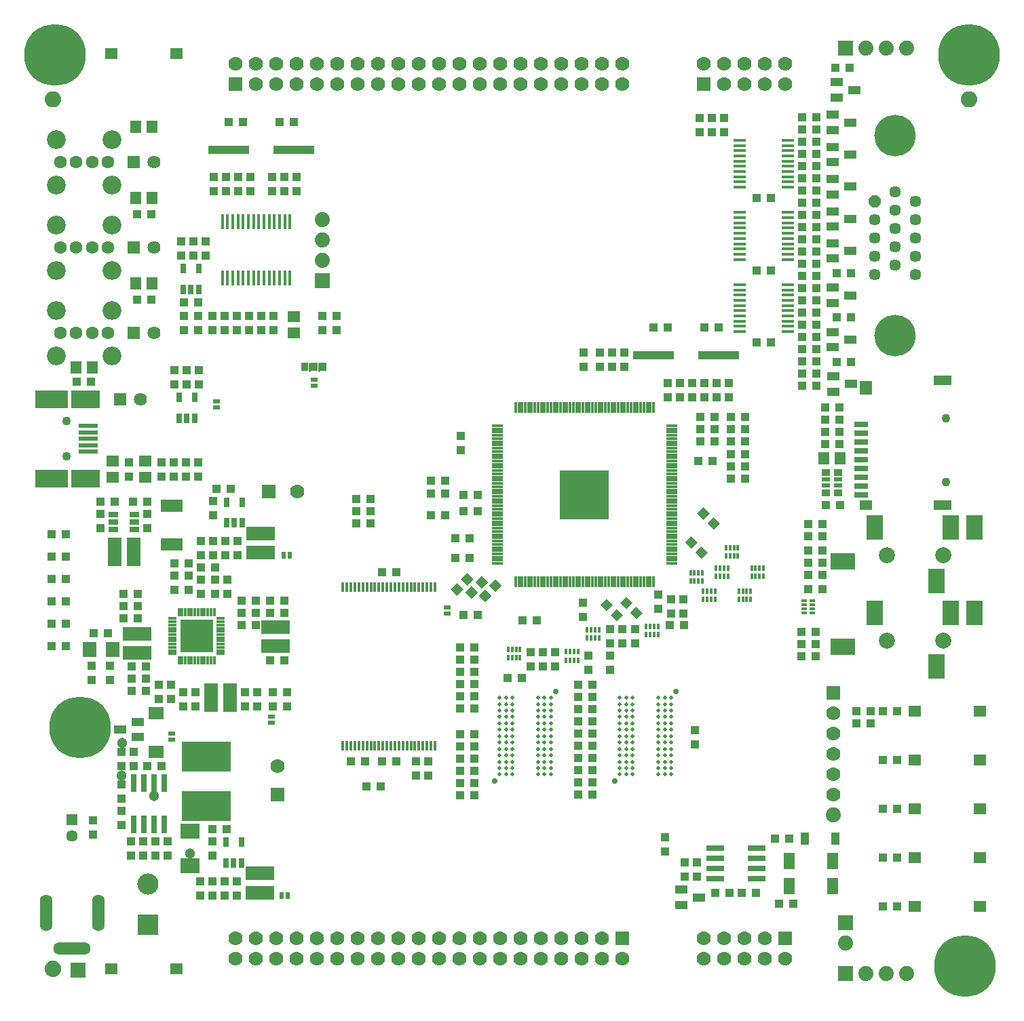
<source format=gts>
G04 EAGLE Gerber RS-274X export*
G75*
%MOMM*%
%FSLAX34Y34*%
%LPD*%
%INTop Solder Mask*%
%IPPOS*%
%AMOC8*
5,1,8,0,0,1.08239X$1,22.5*%
G01*
%ADD10C,1.601600*%
%ADD11R,1.879600X1.879600*%
%ADD12R,1.117600X1.117600*%
%ADD13R,1.117600X1.117600*%
%ADD14R,5.101600X1.101600*%
%ADD15R,1.371600X1.625600*%
%ADD16R,1.778000X1.778000*%
%ADD17C,1.778000*%
%ADD18C,1.270000*%
%ADD19C,1.101600*%
%ADD20R,1.451600X1.451600*%
%ADD21C,1.451600*%
%ADD22R,1.117600X0.863600*%
%ADD23R,1.117600X0.609600*%
%ADD24R,0.701600X2.301600*%
%ADD25R,0.651600X1.301600*%
%ADD26R,6.101600X3.701600*%
%ADD27R,0.863600X0.609600*%
%ADD28R,3.601600X1.701600*%
%ADD29R,0.609600X0.863600*%
%ADD30C,2.641600*%
%ADD31R,2.641600X2.641600*%
%ADD32R,1.101600X1.501600*%
%ADD33R,0.706400X0.706400*%
%ADD34R,2.801600X2.801600*%
%ADD35R,0.301600X1.401600*%
%ADD36R,1.401600X0.301600*%
%ADD37R,6.101600X6.101600*%
%ADD38R,0.351600X0.726600*%
%ADD39R,1.625600X1.371600*%
%ADD40R,1.625600X1.625600*%
%ADD41C,1.625600*%
%ADD42R,2.351600X0.601600*%
%ADD43R,4.101600X2.201600*%
%ADD44R,3.601600X2.201600*%
%ADD45R,0.451600X1.851600*%
%ADD46C,2.351600*%
%ADD47C,1.879600*%
%ADD48R,2.301600X0.701600*%
%ADD49R,1.901600X1.901600*%
%ADD50R,0.301600X1.001600*%
%ADD51R,1.001600X0.301600*%
%ADD52R,4.101600X4.101600*%
%ADD53R,1.301600X0.651600*%
%ADD54R,1.701600X3.601600*%
%ADD55R,1.752600X1.879600*%
%ADD56R,1.501600X1.101600*%
%ADD57R,1.901600X1.551600*%
%ADD58R,0.351600X1.301600*%
%ADD59R,2.387600X1.879600*%
%ADD60C,0.501600*%
%ADD61C,0.701600*%
%ADD62P,1.571197X8X112.500000*%
%ADD63C,5.181600*%
%ADD64R,1.601600X0.401600*%
%ADD65R,2.101600X3.101600*%
%ADD66R,3.101600X2.101600*%
%ADD67C,2.001600*%
%ADD68R,0.726600X0.351600*%
%ADD69R,2.701600X1.551600*%
%ADD70C,7.701600*%
%ADD71C,1.301600*%
%ADD72C,0.254000*%
%ADD73R,0.863600X1.117600*%
%ADD74R,1.701600X0.801600*%
%ADD75R,1.501600X1.301600*%
%ADD76R,1.501600X1.701600*%
%ADD77R,2.301600X1.301600*%
%ADD78R,1.401600X2.001600*%


D10*
X82550Y94744D03*
X17550Y94744D03*
X49550Y50244D03*
X17550Y99744D03*
X17550Y104744D03*
X17550Y89744D03*
X17550Y84744D03*
X17550Y109744D03*
X17550Y79744D03*
X82550Y99744D03*
X82550Y104744D03*
X82550Y109744D03*
X82550Y89744D03*
X82550Y84744D03*
X82550Y79744D03*
X44550Y50244D03*
X39550Y50244D03*
X34550Y50244D03*
X54550Y50244D03*
X59550Y50244D03*
X64550Y50244D03*
D11*
X57150Y23114D03*
D12*
X537972Y466598D03*
X555752Y466598D03*
X708152Y795020D03*
X708152Y777240D03*
X534416Y690118D03*
X534416Y672338D03*
X537718Y596392D03*
X555498Y596392D03*
D13*
G36*
X538107Y498963D02*
X530205Y491061D01*
X522303Y498963D01*
X530205Y506865D01*
X538107Y498963D01*
G37*
G36*
X550679Y511535D02*
X542777Y503633D01*
X534875Y511535D01*
X542777Y519437D01*
X550679Y511535D01*
G37*
G36*
X555887Y495320D02*
X547985Y487418D01*
X540083Y495320D01*
X547985Y503222D01*
X555887Y495320D01*
G37*
G36*
X568459Y507892D02*
X560557Y499990D01*
X552655Y507892D01*
X560557Y515794D01*
X568459Y507892D01*
G37*
G36*
X573028Y491133D02*
X565126Y483231D01*
X557224Y491133D01*
X565126Y499035D01*
X573028Y491133D01*
G37*
G36*
X585600Y503705D02*
X577698Y495803D01*
X569796Y503705D01*
X577698Y511607D01*
X585600Y503705D01*
G37*
D12*
X612140Y460248D03*
X629920Y460248D03*
X537718Y616712D03*
X555498Y616712D03*
X497078Y591312D03*
X514858Y591312D03*
X527558Y562864D03*
X545338Y562864D03*
X527532Y538480D03*
X545312Y538480D03*
D13*
G36*
X753808Y477358D02*
X761710Y469456D01*
X753808Y461554D01*
X745906Y469456D01*
X753808Y477358D01*
G37*
G36*
X741236Y489930D02*
X749138Y482028D01*
X741236Y474126D01*
X733334Y482028D01*
X741236Y489930D01*
G37*
D12*
X889254Y637540D03*
X871474Y637540D03*
X723392Y795020D03*
X723392Y777240D03*
X687832Y795020D03*
X687832Y777240D03*
X497078Y635000D03*
X514858Y635000D03*
X687070Y464312D03*
X687070Y482092D03*
D13*
G36*
X729424Y474818D02*
X737326Y466916D01*
X729424Y459014D01*
X721522Y466916D01*
X729424Y474818D01*
G37*
G36*
X716852Y487390D02*
X724754Y479488D01*
X716852Y471586D01*
X708950Y479488D01*
X716852Y487390D01*
G37*
D12*
X780796Y474726D03*
X780796Y492506D03*
D13*
G36*
X834834Y552796D02*
X842736Y544894D01*
X834834Y536992D01*
X826932Y544894D01*
X834834Y552796D01*
G37*
G36*
X822262Y565368D02*
X830164Y557466D01*
X822262Y549564D01*
X814360Y557466D01*
X822262Y565368D01*
G37*
D14*
X856488Y791464D03*
X775208Y791464D03*
D12*
X792988Y825754D03*
X775208Y825754D03*
X838708Y825754D03*
X856488Y825754D03*
X404622Y596138D03*
X422402Y596138D03*
D13*
G36*
X850074Y589118D02*
X857976Y581216D01*
X850074Y573314D01*
X842172Y581216D01*
X850074Y589118D01*
G37*
G36*
X837502Y601690D02*
X845404Y593788D01*
X837502Y585886D01*
X829600Y593788D01*
X837502Y601690D01*
G37*
D12*
X889254Y714248D03*
X871474Y714248D03*
X404622Y580898D03*
X422402Y580898D03*
X889254Y683768D03*
X871474Y683768D03*
X699008Y242316D03*
X681228Y242316D03*
X681228Y257556D03*
X699008Y257556D03*
X699008Y333756D03*
X681228Y333756D03*
X681228Y348996D03*
X699008Y348996D03*
X699008Y364236D03*
X681228Y364236D03*
X1007110Y711200D03*
X989330Y711200D03*
D15*
X988060Y662940D03*
X1008380Y662940D03*
D12*
X1007110Y726440D03*
X989330Y726440D03*
X24130Y539750D03*
X41910Y539750D03*
X41910Y567690D03*
X24130Y567690D03*
X863600Y1087882D03*
X863600Y1070102D03*
D16*
X838200Y1130300D03*
D17*
X838200Y1155700D03*
X863600Y1130300D03*
X863600Y1155700D03*
X889000Y1130300D03*
X889000Y1155700D03*
X914400Y1130300D03*
X914400Y1155700D03*
X939800Y1130300D03*
X939800Y1155700D03*
D12*
X848360Y1087882D03*
X848360Y1070102D03*
X833120Y1087882D03*
X833120Y1070102D03*
D18*
X21795Y25400D02*
X21797Y25520D01*
X21803Y25640D01*
X21813Y25759D01*
X21827Y25878D01*
X21845Y25996D01*
X21866Y26114D01*
X21892Y26231D01*
X21922Y26348D01*
X21955Y26463D01*
X21992Y26577D01*
X22033Y26689D01*
X22078Y26800D01*
X22126Y26910D01*
X22178Y27018D01*
X22234Y27124D01*
X22293Y27228D01*
X22356Y27331D01*
X22421Y27431D01*
X22491Y27529D01*
X22563Y27624D01*
X22638Y27717D01*
X22717Y27808D01*
X22798Y27896D01*
X22883Y27981D01*
X22970Y28063D01*
X23060Y28142D01*
X23152Y28219D01*
X23247Y28292D01*
X23345Y28362D01*
X23444Y28428D01*
X23546Y28492D01*
X23650Y28552D01*
X23755Y28608D01*
X23863Y28661D01*
X23972Y28710D01*
X24083Y28756D01*
X24195Y28798D01*
X24309Y28836D01*
X24424Y28870D01*
X24540Y28901D01*
X24656Y28927D01*
X24774Y28950D01*
X24892Y28969D01*
X25011Y28984D01*
X25131Y28995D01*
X25250Y29002D01*
X25370Y29005D01*
X25490Y29004D01*
X25610Y28999D01*
X25729Y28990D01*
X25848Y28977D01*
X25967Y28960D01*
X26085Y28939D01*
X26202Y28915D01*
X26319Y28886D01*
X26434Y28854D01*
X26548Y28817D01*
X26661Y28777D01*
X26773Y28733D01*
X26883Y28686D01*
X26991Y28635D01*
X27098Y28580D01*
X27202Y28522D01*
X27305Y28460D01*
X27406Y28395D01*
X27504Y28327D01*
X27601Y28255D01*
X27694Y28181D01*
X27785Y28103D01*
X27874Y28022D01*
X27960Y27939D01*
X28043Y27852D01*
X28123Y27763D01*
X28200Y27671D01*
X28274Y27577D01*
X28344Y27480D01*
X28412Y27381D01*
X28476Y27280D01*
X28537Y27176D01*
X28594Y27071D01*
X28648Y26964D01*
X28698Y26855D01*
X28745Y26745D01*
X28788Y26633D01*
X28827Y26520D01*
X28862Y26405D01*
X28894Y26290D01*
X28921Y26173D01*
X28945Y26055D01*
X28965Y25937D01*
X28981Y25819D01*
X28993Y25699D01*
X29001Y25580D01*
X29005Y25460D01*
X29005Y25340D01*
X29001Y25220D01*
X28993Y25101D01*
X28981Y24981D01*
X28965Y24863D01*
X28945Y24745D01*
X28921Y24627D01*
X28894Y24510D01*
X28862Y24395D01*
X28827Y24280D01*
X28788Y24167D01*
X28745Y24055D01*
X28698Y23945D01*
X28648Y23836D01*
X28594Y23729D01*
X28537Y23624D01*
X28476Y23520D01*
X28412Y23419D01*
X28344Y23320D01*
X28274Y23223D01*
X28200Y23129D01*
X28123Y23037D01*
X28043Y22948D01*
X27960Y22861D01*
X27874Y22778D01*
X27785Y22697D01*
X27694Y22619D01*
X27601Y22545D01*
X27504Y22473D01*
X27406Y22405D01*
X27305Y22340D01*
X27203Y22278D01*
X27098Y22220D01*
X26991Y22165D01*
X26883Y22114D01*
X26773Y22067D01*
X26661Y22023D01*
X26548Y21983D01*
X26434Y21946D01*
X26319Y21914D01*
X26202Y21885D01*
X26085Y21861D01*
X25967Y21840D01*
X25848Y21823D01*
X25729Y21810D01*
X25610Y21801D01*
X25490Y21796D01*
X25370Y21795D01*
X25250Y21798D01*
X25131Y21805D01*
X25011Y21816D01*
X24892Y21831D01*
X24774Y21850D01*
X24656Y21873D01*
X24540Y21899D01*
X24424Y21930D01*
X24309Y21964D01*
X24195Y22002D01*
X24083Y22044D01*
X23972Y22090D01*
X23863Y22139D01*
X23755Y22192D01*
X23650Y22248D01*
X23546Y22308D01*
X23444Y22372D01*
X23345Y22438D01*
X23247Y22508D01*
X23152Y22581D01*
X23060Y22658D01*
X22970Y22737D01*
X22883Y22819D01*
X22798Y22904D01*
X22717Y22992D01*
X22638Y23083D01*
X22563Y23176D01*
X22491Y23271D01*
X22421Y23369D01*
X22356Y23469D01*
X22293Y23572D01*
X22234Y23676D01*
X22178Y23782D01*
X22126Y23890D01*
X22078Y24000D01*
X22033Y24111D01*
X21992Y24223D01*
X21955Y24337D01*
X21922Y24452D01*
X21892Y24569D01*
X21866Y24686D01*
X21845Y24804D01*
X21827Y24922D01*
X21813Y25041D01*
X21803Y25160D01*
X21797Y25280D01*
X21795Y25400D01*
D19*
X25400Y25400D03*
D18*
X1164795Y1111250D02*
X1164797Y1111370D01*
X1164803Y1111490D01*
X1164813Y1111609D01*
X1164827Y1111728D01*
X1164845Y1111846D01*
X1164866Y1111964D01*
X1164892Y1112081D01*
X1164922Y1112198D01*
X1164955Y1112313D01*
X1164992Y1112427D01*
X1165033Y1112539D01*
X1165078Y1112650D01*
X1165126Y1112760D01*
X1165178Y1112868D01*
X1165234Y1112974D01*
X1165293Y1113078D01*
X1165356Y1113181D01*
X1165421Y1113281D01*
X1165491Y1113379D01*
X1165563Y1113474D01*
X1165638Y1113567D01*
X1165717Y1113658D01*
X1165798Y1113746D01*
X1165883Y1113831D01*
X1165970Y1113913D01*
X1166060Y1113992D01*
X1166152Y1114069D01*
X1166247Y1114142D01*
X1166345Y1114212D01*
X1166444Y1114278D01*
X1166546Y1114342D01*
X1166650Y1114402D01*
X1166755Y1114458D01*
X1166863Y1114511D01*
X1166972Y1114560D01*
X1167083Y1114606D01*
X1167195Y1114648D01*
X1167309Y1114686D01*
X1167424Y1114720D01*
X1167540Y1114751D01*
X1167656Y1114777D01*
X1167774Y1114800D01*
X1167892Y1114819D01*
X1168011Y1114834D01*
X1168131Y1114845D01*
X1168250Y1114852D01*
X1168370Y1114855D01*
X1168490Y1114854D01*
X1168610Y1114849D01*
X1168729Y1114840D01*
X1168848Y1114827D01*
X1168967Y1114810D01*
X1169085Y1114789D01*
X1169202Y1114765D01*
X1169319Y1114736D01*
X1169434Y1114704D01*
X1169548Y1114667D01*
X1169661Y1114627D01*
X1169773Y1114583D01*
X1169883Y1114536D01*
X1169991Y1114485D01*
X1170098Y1114430D01*
X1170202Y1114372D01*
X1170305Y1114310D01*
X1170406Y1114245D01*
X1170504Y1114177D01*
X1170601Y1114105D01*
X1170694Y1114031D01*
X1170785Y1113953D01*
X1170874Y1113872D01*
X1170960Y1113789D01*
X1171043Y1113702D01*
X1171123Y1113613D01*
X1171200Y1113521D01*
X1171274Y1113427D01*
X1171344Y1113330D01*
X1171412Y1113231D01*
X1171476Y1113130D01*
X1171537Y1113026D01*
X1171594Y1112921D01*
X1171648Y1112814D01*
X1171698Y1112705D01*
X1171745Y1112595D01*
X1171788Y1112483D01*
X1171827Y1112370D01*
X1171862Y1112255D01*
X1171894Y1112140D01*
X1171921Y1112023D01*
X1171945Y1111905D01*
X1171965Y1111787D01*
X1171981Y1111669D01*
X1171993Y1111549D01*
X1172001Y1111430D01*
X1172005Y1111310D01*
X1172005Y1111190D01*
X1172001Y1111070D01*
X1171993Y1110951D01*
X1171981Y1110831D01*
X1171965Y1110713D01*
X1171945Y1110595D01*
X1171921Y1110477D01*
X1171894Y1110360D01*
X1171862Y1110245D01*
X1171827Y1110130D01*
X1171788Y1110017D01*
X1171745Y1109905D01*
X1171698Y1109795D01*
X1171648Y1109686D01*
X1171594Y1109579D01*
X1171537Y1109474D01*
X1171476Y1109370D01*
X1171412Y1109269D01*
X1171344Y1109170D01*
X1171274Y1109073D01*
X1171200Y1108979D01*
X1171123Y1108887D01*
X1171043Y1108798D01*
X1170960Y1108711D01*
X1170874Y1108628D01*
X1170785Y1108547D01*
X1170694Y1108469D01*
X1170601Y1108395D01*
X1170504Y1108323D01*
X1170406Y1108255D01*
X1170305Y1108190D01*
X1170203Y1108128D01*
X1170098Y1108070D01*
X1169991Y1108015D01*
X1169883Y1107964D01*
X1169773Y1107917D01*
X1169661Y1107873D01*
X1169548Y1107833D01*
X1169434Y1107796D01*
X1169319Y1107764D01*
X1169202Y1107735D01*
X1169085Y1107711D01*
X1168967Y1107690D01*
X1168848Y1107673D01*
X1168729Y1107660D01*
X1168610Y1107651D01*
X1168490Y1107646D01*
X1168370Y1107645D01*
X1168250Y1107648D01*
X1168131Y1107655D01*
X1168011Y1107666D01*
X1167892Y1107681D01*
X1167774Y1107700D01*
X1167656Y1107723D01*
X1167540Y1107749D01*
X1167424Y1107780D01*
X1167309Y1107814D01*
X1167195Y1107852D01*
X1167083Y1107894D01*
X1166972Y1107940D01*
X1166863Y1107989D01*
X1166755Y1108042D01*
X1166650Y1108098D01*
X1166546Y1108158D01*
X1166444Y1108222D01*
X1166345Y1108288D01*
X1166247Y1108358D01*
X1166152Y1108431D01*
X1166060Y1108508D01*
X1165970Y1108587D01*
X1165883Y1108669D01*
X1165798Y1108754D01*
X1165717Y1108842D01*
X1165638Y1108933D01*
X1165563Y1109026D01*
X1165491Y1109121D01*
X1165421Y1109219D01*
X1165356Y1109319D01*
X1165293Y1109422D01*
X1165234Y1109526D01*
X1165178Y1109632D01*
X1165126Y1109740D01*
X1165078Y1109850D01*
X1165033Y1109961D01*
X1164992Y1110073D01*
X1164955Y1110187D01*
X1164922Y1110302D01*
X1164892Y1110419D01*
X1164866Y1110536D01*
X1164845Y1110654D01*
X1164827Y1110772D01*
X1164813Y1110891D01*
X1164803Y1111010D01*
X1164797Y1111130D01*
X1164795Y1111250D01*
D19*
X1168400Y1111250D03*
D18*
X21795Y1111250D02*
X21797Y1111370D01*
X21803Y1111490D01*
X21813Y1111609D01*
X21827Y1111728D01*
X21845Y1111846D01*
X21866Y1111964D01*
X21892Y1112081D01*
X21922Y1112198D01*
X21955Y1112313D01*
X21992Y1112427D01*
X22033Y1112539D01*
X22078Y1112650D01*
X22126Y1112760D01*
X22178Y1112868D01*
X22234Y1112974D01*
X22293Y1113078D01*
X22356Y1113181D01*
X22421Y1113281D01*
X22491Y1113379D01*
X22563Y1113474D01*
X22638Y1113567D01*
X22717Y1113658D01*
X22798Y1113746D01*
X22883Y1113831D01*
X22970Y1113913D01*
X23060Y1113992D01*
X23152Y1114069D01*
X23247Y1114142D01*
X23345Y1114212D01*
X23444Y1114278D01*
X23546Y1114342D01*
X23650Y1114402D01*
X23755Y1114458D01*
X23863Y1114511D01*
X23972Y1114560D01*
X24083Y1114606D01*
X24195Y1114648D01*
X24309Y1114686D01*
X24424Y1114720D01*
X24540Y1114751D01*
X24656Y1114777D01*
X24774Y1114800D01*
X24892Y1114819D01*
X25011Y1114834D01*
X25131Y1114845D01*
X25250Y1114852D01*
X25370Y1114855D01*
X25490Y1114854D01*
X25610Y1114849D01*
X25729Y1114840D01*
X25848Y1114827D01*
X25967Y1114810D01*
X26085Y1114789D01*
X26202Y1114765D01*
X26319Y1114736D01*
X26434Y1114704D01*
X26548Y1114667D01*
X26661Y1114627D01*
X26773Y1114583D01*
X26883Y1114536D01*
X26991Y1114485D01*
X27098Y1114430D01*
X27202Y1114372D01*
X27305Y1114310D01*
X27406Y1114245D01*
X27504Y1114177D01*
X27601Y1114105D01*
X27694Y1114031D01*
X27785Y1113953D01*
X27874Y1113872D01*
X27960Y1113789D01*
X28043Y1113702D01*
X28123Y1113613D01*
X28200Y1113521D01*
X28274Y1113427D01*
X28344Y1113330D01*
X28412Y1113231D01*
X28476Y1113130D01*
X28537Y1113026D01*
X28594Y1112921D01*
X28648Y1112814D01*
X28698Y1112705D01*
X28745Y1112595D01*
X28788Y1112483D01*
X28827Y1112370D01*
X28862Y1112255D01*
X28894Y1112140D01*
X28921Y1112023D01*
X28945Y1111905D01*
X28965Y1111787D01*
X28981Y1111669D01*
X28993Y1111549D01*
X29001Y1111430D01*
X29005Y1111310D01*
X29005Y1111190D01*
X29001Y1111070D01*
X28993Y1110951D01*
X28981Y1110831D01*
X28965Y1110713D01*
X28945Y1110595D01*
X28921Y1110477D01*
X28894Y1110360D01*
X28862Y1110245D01*
X28827Y1110130D01*
X28788Y1110017D01*
X28745Y1109905D01*
X28698Y1109795D01*
X28648Y1109686D01*
X28594Y1109579D01*
X28537Y1109474D01*
X28476Y1109370D01*
X28412Y1109269D01*
X28344Y1109170D01*
X28274Y1109073D01*
X28200Y1108979D01*
X28123Y1108887D01*
X28043Y1108798D01*
X27960Y1108711D01*
X27874Y1108628D01*
X27785Y1108547D01*
X27694Y1108469D01*
X27601Y1108395D01*
X27504Y1108323D01*
X27406Y1108255D01*
X27305Y1108190D01*
X27203Y1108128D01*
X27098Y1108070D01*
X26991Y1108015D01*
X26883Y1107964D01*
X26773Y1107917D01*
X26661Y1107873D01*
X26548Y1107833D01*
X26434Y1107796D01*
X26319Y1107764D01*
X26202Y1107735D01*
X26085Y1107711D01*
X25967Y1107690D01*
X25848Y1107673D01*
X25729Y1107660D01*
X25610Y1107651D01*
X25490Y1107646D01*
X25370Y1107645D01*
X25250Y1107648D01*
X25131Y1107655D01*
X25011Y1107666D01*
X24892Y1107681D01*
X24774Y1107700D01*
X24656Y1107723D01*
X24540Y1107749D01*
X24424Y1107780D01*
X24309Y1107814D01*
X24195Y1107852D01*
X24083Y1107894D01*
X23972Y1107940D01*
X23863Y1107989D01*
X23755Y1108042D01*
X23650Y1108098D01*
X23546Y1108158D01*
X23444Y1108222D01*
X23345Y1108288D01*
X23247Y1108358D01*
X23152Y1108431D01*
X23060Y1108508D01*
X22970Y1108587D01*
X22883Y1108669D01*
X22798Y1108754D01*
X22717Y1108842D01*
X22638Y1108933D01*
X22563Y1109026D01*
X22491Y1109121D01*
X22421Y1109219D01*
X22356Y1109319D01*
X22293Y1109422D01*
X22234Y1109526D01*
X22178Y1109632D01*
X22126Y1109740D01*
X22078Y1109850D01*
X22033Y1109961D01*
X21992Y1110073D01*
X21955Y1110187D01*
X21922Y1110302D01*
X21892Y1110419D01*
X21866Y1110536D01*
X21845Y1110654D01*
X21827Y1110772D01*
X21813Y1110891D01*
X21803Y1111010D01*
X21797Y1111130D01*
X21795Y1111250D01*
D19*
X25400Y1111250D03*
D20*
X49530Y211168D03*
D21*
X49530Y191168D03*
D12*
X681228Y379476D03*
X699008Y379476D03*
X534162Y272542D03*
X551942Y272542D03*
X551942Y318262D03*
X534162Y318262D03*
X534162Y303022D03*
X551942Y303022D03*
X534162Y287782D03*
X551942Y287782D03*
D22*
X990600Y645160D03*
X1005840Y645160D03*
D23*
X990600Y636270D03*
X1005840Y636270D03*
D22*
X1005840Y619760D03*
X990600Y619760D03*
D23*
X1005840Y628650D03*
X990600Y628650D03*
D24*
X152400Y257140D03*
X152400Y205140D03*
X165100Y257140D03*
X139700Y257140D03*
X127000Y257140D03*
X165100Y205140D03*
X139700Y205140D03*
X127000Y205140D03*
D25*
X242722Y581867D03*
X252222Y581867D03*
X261722Y581867D03*
X261722Y607869D03*
X242722Y607869D03*
D12*
X168910Y184150D03*
X168910Y166370D03*
X153670Y166370D03*
X153670Y184150D03*
X161290Y278130D03*
X143510Y278130D03*
X138430Y184150D03*
X138430Y166370D03*
X123190Y166370D03*
X123190Y184150D03*
D26*
X217170Y228080D03*
X217170Y290080D03*
D12*
X111760Y295910D03*
X111760Y278130D03*
X111760Y237490D03*
X111760Y255270D03*
X111760Y222250D03*
X111760Y204470D03*
D27*
X174244Y311404D03*
X174244Y319024D03*
D12*
X247396Y624078D03*
X229616Y624078D03*
D28*
X285242Y568768D03*
X285242Y544768D03*
D12*
X225552Y541528D03*
X225552Y559308D03*
X225552Y591058D03*
X225552Y608838D03*
X240792Y541528D03*
X240792Y559308D03*
D29*
X313436Y541528D03*
X321056Y541528D03*
D12*
X76200Y192278D03*
X76200Y210058D03*
X210312Y541528D03*
X210312Y559308D03*
D30*
X144780Y130810D03*
D31*
X144780Y80010D03*
D12*
X989330Y680720D03*
X1007110Y680720D03*
D32*
X963726Y187198D03*
X1001726Y187198D03*
D12*
X127000Y295910D03*
X127000Y278130D03*
X256032Y541528D03*
X256032Y559308D03*
X422402Y611378D03*
X404622Y611378D03*
X989330Y695960D03*
X1007110Y695960D03*
X24130Y427990D03*
X41910Y427990D03*
X24130Y455930D03*
X41910Y455930D03*
D33*
X663102Y607220D03*
X671102Y607220D03*
X679102Y591220D03*
X679102Y599220D03*
X699102Y591220D03*
X699102Y599220D03*
X715102Y607220D03*
X707102Y607220D03*
X663102Y627220D03*
X671102Y627220D03*
X715102Y627220D03*
X707102Y627220D03*
X679102Y643220D03*
X679102Y635220D03*
X699102Y643220D03*
X699102Y635220D03*
D34*
X689102Y617220D03*
D35*
X603102Y725720D03*
X607102Y725720D03*
X611102Y725720D03*
X615102Y725720D03*
X619102Y725720D03*
X623102Y725720D03*
X627102Y725720D03*
X631102Y725720D03*
X635102Y725720D03*
X639102Y725720D03*
X643102Y725720D03*
X647102Y725720D03*
X651102Y725720D03*
X655102Y725720D03*
X659102Y725720D03*
X663102Y725720D03*
X667102Y725720D03*
X671102Y725720D03*
X675102Y725720D03*
X679102Y725720D03*
X683102Y725720D03*
X687102Y725720D03*
X691102Y725720D03*
X695102Y725720D03*
X699102Y725720D03*
X703102Y725720D03*
X711102Y725720D03*
X707102Y725720D03*
X715102Y725720D03*
X719102Y725720D03*
X723102Y725720D03*
X727102Y725720D03*
X731102Y725720D03*
X735102Y725720D03*
X739102Y725720D03*
X743102Y725720D03*
X747102Y725720D03*
X751102Y725720D03*
X755102Y725720D03*
X759102Y725720D03*
X763102Y725720D03*
X767102Y725720D03*
X771102Y725720D03*
X775102Y725720D03*
D36*
X797602Y531220D03*
X797602Y535220D03*
X797602Y539220D03*
X797602Y543220D03*
X797602Y547220D03*
X797602Y551220D03*
X797602Y555220D03*
X797602Y559220D03*
X797602Y563220D03*
X797602Y567220D03*
X797602Y571220D03*
X797602Y575220D03*
X797602Y579220D03*
X797602Y583220D03*
X797602Y587220D03*
X797602Y591220D03*
X797602Y595220D03*
X797602Y599220D03*
X797602Y603220D03*
X797602Y607220D03*
X797602Y611220D03*
X797602Y615220D03*
X797602Y619220D03*
X797602Y623220D03*
X797602Y627220D03*
X797602Y631220D03*
X797602Y639220D03*
X797602Y635220D03*
X797602Y643220D03*
X797602Y647220D03*
X797602Y651220D03*
X797602Y655220D03*
X797602Y659220D03*
X797602Y663220D03*
X797602Y667220D03*
X797602Y671220D03*
X797602Y675220D03*
X797602Y679220D03*
X797602Y683220D03*
X797602Y687220D03*
X797602Y691220D03*
X797602Y695220D03*
X797602Y699220D03*
X797602Y703220D03*
X580602Y531220D03*
X580602Y535220D03*
X580602Y539220D03*
X580602Y543220D03*
X580602Y547220D03*
X580602Y551220D03*
X580602Y555220D03*
X580602Y559220D03*
X580602Y563220D03*
X580602Y567220D03*
X580602Y571220D03*
X580602Y575220D03*
X580602Y579220D03*
X580602Y583220D03*
X580602Y587220D03*
X580602Y591220D03*
X580602Y595220D03*
X580602Y599220D03*
X580602Y603220D03*
X580602Y607220D03*
X580602Y611220D03*
X580602Y615220D03*
X580602Y619220D03*
X580602Y623220D03*
X580602Y627220D03*
X580602Y631220D03*
X580602Y639220D03*
X580602Y635220D03*
X580602Y643220D03*
X580602Y647220D03*
X580602Y651220D03*
X580602Y655220D03*
X580602Y659220D03*
X580602Y663220D03*
X580602Y667220D03*
X580602Y671220D03*
X580602Y675220D03*
X580602Y679220D03*
X580602Y683220D03*
X580602Y687220D03*
X580602Y691220D03*
X580602Y695220D03*
X580602Y699220D03*
X580602Y703220D03*
D35*
X603102Y508720D03*
X607102Y508720D03*
X611102Y508720D03*
X615102Y508720D03*
X619102Y508720D03*
X623102Y508720D03*
X627102Y508720D03*
X631102Y508720D03*
X635102Y508720D03*
X639102Y508720D03*
X643102Y508720D03*
X647102Y508720D03*
X651102Y508720D03*
X655102Y508720D03*
X659102Y508720D03*
X663102Y508720D03*
X667102Y508720D03*
X671102Y508720D03*
X675102Y508720D03*
X679102Y508720D03*
X683102Y508720D03*
X687102Y508720D03*
X691102Y508720D03*
X695102Y508720D03*
X699102Y508720D03*
X703102Y508720D03*
X711102Y508720D03*
X707102Y508720D03*
X715102Y508720D03*
X719102Y508720D03*
X723102Y508720D03*
X727102Y508720D03*
X731102Y508720D03*
X735102Y508720D03*
X739102Y508720D03*
X743102Y508720D03*
X747102Y508720D03*
X751102Y508720D03*
X755102Y508720D03*
X759102Y508720D03*
X763102Y508720D03*
X767102Y508720D03*
X771102Y508720D03*
X775102Y508720D03*
D37*
X689102Y617220D03*
D12*
X926846Y187198D03*
X944626Y187198D03*
X889254Y699008D03*
X871474Y699008D03*
X869442Y756412D03*
X869442Y738632D03*
X851662Y699008D03*
X833882Y699008D03*
X851662Y683768D03*
X833882Y683768D03*
X833882Y714248D03*
X851662Y714248D03*
X738632Y795020D03*
X738632Y777240D03*
X986282Y517144D03*
X986282Y499364D03*
X968502Y499364D03*
X968502Y517144D03*
X986282Y532384D03*
X968502Y532384D03*
X968502Y547624D03*
X968502Y565404D03*
X986282Y547624D03*
X986282Y565404D03*
X986282Y580644D03*
X968502Y580644D03*
X959612Y430276D03*
X977392Y430276D03*
X959612Y415036D03*
X977392Y415036D03*
X959612Y445516D03*
X977392Y445516D03*
X849122Y658876D03*
X831342Y658876D03*
X889254Y652780D03*
X871474Y652780D03*
X889254Y668020D03*
X871474Y668020D03*
X854202Y756412D03*
X854202Y738632D03*
X808482Y756412D03*
X808482Y738632D03*
X793242Y756412D03*
X793242Y738632D03*
X838962Y756412D03*
X838962Y738632D03*
X823722Y756412D03*
X823722Y738632D03*
X699008Y288036D03*
X681228Y288036D03*
X827072Y323136D03*
X827072Y305356D03*
X699008Y318516D03*
X681228Y318516D03*
X681228Y303276D03*
X699008Y303276D03*
X694182Y398526D03*
X694182Y416306D03*
X721360Y398526D03*
X721360Y416306D03*
X699008Y272796D03*
X681228Y272796D03*
X593344Y387858D03*
X611124Y387858D03*
X534162Y242062D03*
X551942Y242062D03*
X534162Y257302D03*
X551942Y257302D03*
D38*
X608718Y424225D03*
X608718Y413975D03*
X603718Y424225D03*
X603718Y413975D03*
X593718Y413975D03*
X593718Y424225D03*
X598718Y413975D03*
X598718Y424225D03*
X707524Y448355D03*
X707524Y438105D03*
X702524Y448355D03*
X702524Y438105D03*
X692524Y438105D03*
X692524Y448355D03*
X697524Y438105D03*
X697524Y448355D03*
X680854Y420923D03*
X680854Y410673D03*
X675854Y420923D03*
X675854Y410673D03*
X665854Y410673D03*
X665854Y420923D03*
X670854Y410673D03*
X670854Y420923D03*
X780676Y452927D03*
X780676Y442677D03*
X775676Y452927D03*
X775676Y442677D03*
X765676Y442677D03*
X765676Y452927D03*
X770676Y442677D03*
X770676Y452927D03*
X836302Y519729D03*
X836302Y509479D03*
X831302Y519729D03*
X831302Y509479D03*
X821302Y509479D03*
X821302Y519729D03*
X826302Y509479D03*
X826302Y519729D03*
X852304Y496361D03*
X852304Y486111D03*
X847304Y496361D03*
X847304Y486111D03*
X837304Y486111D03*
X837304Y496361D03*
X842304Y486111D03*
X842304Y496361D03*
X868331Y525589D03*
X868331Y515339D03*
X863331Y525589D03*
X863331Y515339D03*
X853331Y515339D03*
X853331Y525589D03*
X858331Y515339D03*
X858331Y525589D03*
X880498Y551225D03*
X880498Y540975D03*
X875498Y551225D03*
X875498Y540975D03*
X865498Y540975D03*
X865498Y551225D03*
X870498Y540975D03*
X870498Y551225D03*
X896500Y496361D03*
X896500Y486111D03*
X891500Y496361D03*
X891500Y486111D03*
X881500Y486111D03*
X881500Y496361D03*
X886500Y486111D03*
X886500Y496361D03*
X912502Y525571D03*
X912502Y515321D03*
X907502Y525571D03*
X907502Y515321D03*
X897502Y515321D03*
X897502Y525571D03*
X902502Y515321D03*
X902502Y525571D03*
D12*
X813562Y453898D03*
X795782Y453898D03*
X534162Y426466D03*
X551942Y426466D03*
X534162Y411226D03*
X551942Y411226D03*
X534162Y395986D03*
X551942Y395986D03*
X551942Y350266D03*
X534162Y350266D03*
X534162Y365506D03*
X551942Y365506D03*
X534162Y380746D03*
X551942Y380746D03*
D39*
X1182370Y346710D03*
X1101090Y346710D03*
X1182370Y285750D03*
X1101090Y285750D03*
X1182370Y224790D03*
X1101090Y224790D03*
X1182370Y163830D03*
X1101090Y163830D03*
X1182370Y102870D03*
X1101090Y102870D03*
D12*
X1028700Y346710D03*
X1046480Y346710D03*
X1046480Y331470D03*
X1028700Y331470D03*
X1061720Y346710D03*
X1079500Y346710D03*
X1061720Y285750D03*
X1079500Y285750D03*
X1061720Y224790D03*
X1079500Y224790D03*
X1061720Y163830D03*
X1079500Y163830D03*
X1061720Y102870D03*
X1079500Y102870D03*
D40*
X109728Y735838D03*
D41*
X135128Y735838D03*
D39*
X100076Y658876D03*
X100076Y638556D03*
D12*
X177800Y755142D03*
X177800Y772922D03*
D25*
X183540Y712677D03*
X193040Y712677D03*
X202540Y712677D03*
X202540Y738679D03*
X183540Y738679D03*
D12*
X206756Y657606D03*
X206756Y639826D03*
X208280Y772922D03*
X208280Y755142D03*
D39*
X140716Y638556D03*
X140716Y658876D03*
D42*
X70240Y703070D03*
X70240Y695070D03*
X70240Y687070D03*
X70240Y679070D03*
X70240Y671070D03*
D43*
X24180Y736570D03*
X24180Y637570D03*
D44*
X66680Y736570D03*
X66680Y637570D03*
D19*
X43180Y709070D03*
X43180Y665070D03*
D12*
X161036Y639826D03*
X161036Y657606D03*
X176276Y657606D03*
X176276Y639826D03*
D40*
X127000Y1032510D03*
D41*
X152400Y1032510D03*
D15*
X149860Y1076960D03*
X129540Y1076960D03*
D12*
X185928Y915670D03*
X185928Y933450D03*
D25*
X188620Y873713D03*
X198120Y873713D03*
X207620Y873713D03*
X207620Y899715D03*
X188620Y899715D03*
D12*
X189230Y857250D03*
X207010Y857250D03*
X216408Y933450D03*
X216408Y915670D03*
D45*
X321650Y958032D03*
X315150Y958032D03*
X308650Y958032D03*
X302150Y958032D03*
X295650Y958032D03*
X289150Y958032D03*
X282650Y958032D03*
X276150Y958032D03*
X269650Y958032D03*
X263150Y958032D03*
X256650Y958032D03*
X250150Y958032D03*
X243650Y958032D03*
X237150Y958032D03*
X237150Y887532D03*
X243650Y887532D03*
X250150Y887532D03*
X256650Y887532D03*
X263150Y887532D03*
X269650Y887532D03*
X276150Y887532D03*
X282650Y887532D03*
X289150Y887532D03*
X295650Y887532D03*
X302150Y887532D03*
X308650Y887532D03*
X315150Y887532D03*
X321650Y887532D03*
D14*
X245364Y1048004D03*
X326644Y1048004D03*
D12*
X308864Y1082294D03*
X326644Y1082294D03*
X263144Y1082294D03*
X245364Y1082294D03*
X314198Y1013714D03*
X314198Y995934D03*
X329438Y995934D03*
X329438Y1013714D03*
X298958Y995934D03*
X298958Y1013714D03*
X272542Y995934D03*
X272542Y1013714D03*
D39*
X326390Y839470D03*
X326390Y819150D03*
D12*
X189230Y822960D03*
X189230Y840740D03*
X207010Y822960D03*
X207010Y840740D03*
X285750Y840740D03*
X285750Y822960D03*
X300990Y840740D03*
X300990Y822960D03*
X240030Y822960D03*
X240030Y840740D03*
D46*
X29790Y1060800D03*
X29790Y1003800D03*
X99790Y1003800D03*
X99790Y1060800D03*
D10*
X34790Y1032300D03*
X54790Y1032300D03*
X74790Y1032300D03*
X94790Y1032300D03*
D46*
X29790Y954120D03*
X29790Y897120D03*
X99790Y897120D03*
X99790Y954120D03*
D10*
X34790Y925620D03*
X54790Y925620D03*
X74790Y925620D03*
X94790Y925620D03*
D15*
X149860Y988060D03*
X129540Y988060D03*
D12*
X130810Y967740D03*
X148590Y967740D03*
D40*
X127000Y925830D03*
D41*
X152400Y925830D03*
D15*
X149860Y881380D03*
X129540Y881380D03*
D12*
X130810Y861060D03*
X148590Y861060D03*
D46*
X29790Y847440D03*
X29790Y790440D03*
X99790Y790440D03*
X99790Y847440D03*
D10*
X34790Y818940D03*
X54790Y818940D03*
X74790Y818940D03*
X94790Y818940D03*
D40*
X127000Y819150D03*
D41*
X152400Y819150D03*
D15*
X74676Y775716D03*
X54356Y775716D03*
D12*
X55626Y757936D03*
X73406Y757936D03*
X242062Y995934D03*
X242062Y1013714D03*
X226822Y995934D03*
X226822Y1013714D03*
X257302Y1013714D03*
X257302Y995934D03*
X361950Y822960D03*
X379730Y822960D03*
X361950Y840740D03*
X379730Y840740D03*
D11*
X361950Y884682D03*
D47*
X361950Y910082D03*
X361950Y935482D03*
X361950Y960882D03*
D48*
X903824Y150368D03*
X851824Y150368D03*
X903824Y137668D03*
X903824Y163068D03*
X903824Y175768D03*
X851824Y137668D03*
X851824Y163068D03*
X851824Y175768D03*
D12*
X903224Y119888D03*
X885444Y119888D03*
X870204Y119888D03*
X852424Y119888D03*
X829056Y158242D03*
X829056Y140462D03*
X813816Y158242D03*
X813816Y140462D03*
D49*
X204978Y440436D03*
D33*
X188978Y446936D03*
X194978Y446936D03*
X188978Y433936D03*
X194978Y433936D03*
X198478Y424436D03*
X198478Y430436D03*
X211478Y424436D03*
X211478Y430436D03*
X220978Y433936D03*
X214978Y433936D03*
X220978Y446936D03*
X214978Y446936D03*
X211478Y456436D03*
X211478Y450436D03*
X198478Y456436D03*
X198478Y450436D03*
D50*
X182978Y410436D03*
X186978Y410436D03*
X190978Y410436D03*
X194978Y410436D03*
X198978Y410436D03*
X202978Y410436D03*
X206978Y410436D03*
X210978Y410436D03*
X214978Y410436D03*
X218978Y410436D03*
X222978Y410436D03*
X226978Y410436D03*
D51*
X234978Y418436D03*
X234978Y422436D03*
X234978Y426436D03*
X234978Y430436D03*
X234978Y434436D03*
X234978Y438436D03*
X234978Y442436D03*
X234978Y446436D03*
X234978Y450436D03*
X234978Y454436D03*
X234978Y458436D03*
X234978Y462436D03*
D50*
X226978Y470436D03*
X222978Y470436D03*
X218978Y470436D03*
X214978Y470436D03*
X210978Y470436D03*
X206978Y470436D03*
X202978Y470436D03*
X198978Y470436D03*
X194978Y470436D03*
X190978Y470436D03*
X186978Y470436D03*
X182978Y470436D03*
D51*
X174978Y462436D03*
X174978Y458436D03*
X174978Y454436D03*
X174978Y450436D03*
X174978Y446436D03*
X174978Y442436D03*
X174978Y438436D03*
X174978Y434436D03*
X174978Y430436D03*
X174978Y426436D03*
X174978Y422436D03*
X174978Y418436D03*
D52*
X204978Y440436D03*
D11*
X1014730Y19050D03*
D47*
X1040130Y19050D03*
X1065530Y19050D03*
X1090930Y19050D03*
D53*
X127555Y573430D03*
X127555Y582930D03*
X127555Y592430D03*
X101553Y592430D03*
X101553Y582930D03*
X101553Y573430D03*
D54*
X102554Y546100D03*
X126554Y546100D03*
D12*
X125984Y608330D03*
X143764Y608330D03*
X103124Y608330D03*
X85344Y608330D03*
X143764Y593090D03*
X143764Y575310D03*
X85344Y593090D03*
X85344Y575310D03*
X113538Y493522D03*
X131318Y493522D03*
X177292Y516128D03*
X177292Y498348D03*
X141986Y402336D03*
X124206Y402336D03*
D28*
X130810Y419546D03*
X130810Y443546D03*
D55*
X100457Y423926D03*
X71247Y423926D03*
D12*
X94742Y444246D03*
X76962Y444246D03*
X97282Y403606D03*
X97282Y385826D03*
X74422Y403606D03*
X74422Y385826D03*
D54*
X222696Y363728D03*
X246696Y363728D03*
D12*
X265430Y370840D03*
X265430Y353060D03*
X280670Y370840D03*
X280670Y353060D03*
X203454Y370840D03*
X203454Y353060D03*
D28*
X303530Y427928D03*
X303530Y451928D03*
D12*
X314960Y469900D03*
X297180Y469900D03*
X314960Y485140D03*
X297180Y485140D03*
X297180Y409956D03*
X314960Y409956D03*
X228092Y493268D03*
X228092Y511048D03*
X299974Y370840D03*
X317754Y370840D03*
X131318Y463042D03*
X113538Y463042D03*
X131318Y478282D03*
X113538Y478282D03*
X243332Y511048D03*
X243332Y493268D03*
X278892Y469900D03*
X261112Y469900D03*
X278892Y485140D03*
X261112Y485140D03*
X278892Y454406D03*
X261112Y454406D03*
X195072Y516128D03*
X195072Y498348D03*
X177292Y531368D03*
X195072Y531368D03*
X210312Y511048D03*
X210312Y493268D03*
X228092Y526288D03*
X210312Y526288D03*
X124206Y371856D03*
X141986Y371856D03*
X124206Y387096D03*
X141986Y387096D03*
X188214Y353060D03*
X188214Y370840D03*
X120396Y639826D03*
X120396Y657606D03*
X172974Y379730D03*
X172974Y361950D03*
X157734Y379730D03*
X157734Y361950D03*
X497078Y618744D03*
X514858Y618744D03*
D56*
X109650Y323850D03*
X131650Y333350D03*
X131650Y314350D03*
D25*
X241960Y157179D03*
X251460Y157179D03*
X260960Y157179D03*
X260960Y183181D03*
X241960Y183181D03*
D12*
X242570Y199390D03*
X224790Y199390D03*
D28*
X284480Y144080D03*
X284480Y120080D03*
D12*
X224790Y116840D03*
X224790Y134620D03*
X224790Y166370D03*
X224790Y184150D03*
X255270Y116840D03*
X255270Y134620D03*
D29*
X311150Y116840D03*
X318770Y116840D03*
D12*
X209550Y116840D03*
X209550Y134620D03*
X240030Y116840D03*
X240030Y134620D03*
X24130Y483870D03*
X41910Y483870D03*
X24130Y511810D03*
X41910Y511810D03*
D57*
X154940Y344490D03*
X154940Y295590D03*
D27*
X298704Y339598D03*
X298704Y331978D03*
D12*
X299974Y353060D03*
X317754Y353060D03*
D16*
X254000Y1130300D03*
D17*
X254000Y1155700D03*
X279400Y1130300D03*
X279400Y1155700D03*
X304800Y1130300D03*
X304800Y1155700D03*
X330200Y1130300D03*
X330200Y1155700D03*
X355600Y1130300D03*
X355600Y1155700D03*
X381000Y1130300D03*
X381000Y1155700D03*
X406400Y1130300D03*
X406400Y1155700D03*
X431800Y1130300D03*
X431800Y1155700D03*
X457200Y1130300D03*
X457200Y1155700D03*
X482600Y1130300D03*
X482600Y1155700D03*
X508000Y1130300D03*
X508000Y1155700D03*
X533400Y1130300D03*
X533400Y1155700D03*
X558800Y1130300D03*
X558800Y1155700D03*
X584200Y1130300D03*
X584200Y1155700D03*
X609600Y1155700D03*
X609600Y1130300D03*
X635000Y1130300D03*
X635000Y1155700D03*
X660400Y1155700D03*
X660400Y1130300D03*
X685800Y1130300D03*
X685800Y1155700D03*
X711200Y1155700D03*
X711200Y1130300D03*
X736600Y1130300D03*
X736600Y1155700D03*
D58*
X387508Y303336D03*
X392508Y303336D03*
X397508Y303336D03*
X402508Y303336D03*
X407508Y303336D03*
X412508Y303336D03*
X417508Y303336D03*
X422508Y303336D03*
X427508Y303336D03*
X432508Y303336D03*
X437508Y303336D03*
X442508Y303336D03*
X447508Y303336D03*
X452508Y303336D03*
X457508Y303336D03*
X462508Y303336D03*
X467508Y303336D03*
X472508Y303336D03*
X477508Y303336D03*
X482508Y303336D03*
X487508Y303336D03*
X492508Y303336D03*
X497508Y303336D03*
X502508Y303336D03*
X502508Y501336D03*
X497508Y501336D03*
X492508Y501336D03*
X487508Y501336D03*
X482508Y501336D03*
X477508Y501336D03*
X472508Y501336D03*
X467508Y501336D03*
X462508Y501336D03*
X457508Y501336D03*
X452508Y501336D03*
X447508Y501336D03*
X442508Y501336D03*
X437508Y501336D03*
X432508Y501336D03*
X427508Y501336D03*
X422508Y501336D03*
X417508Y501336D03*
X412508Y501336D03*
X407508Y501336D03*
X402508Y501336D03*
X397508Y501336D03*
X392508Y501336D03*
X387508Y501336D03*
D59*
X196850Y153490D03*
X196850Y197030D03*
D12*
X453898Y520192D03*
X436118Y520192D03*
X453898Y284480D03*
X436118Y284480D03*
X397510Y284480D03*
X415290Y284480D03*
X493776Y266446D03*
X493776Y284226D03*
X478536Y266446D03*
X478536Y284226D03*
D16*
X939800Y63500D03*
D17*
X939800Y38100D03*
X914400Y63500D03*
X914400Y38100D03*
X889000Y63500D03*
X889000Y38100D03*
X863600Y63500D03*
X863600Y38100D03*
X838200Y63500D03*
X838200Y38100D03*
D16*
X736600Y63500D03*
D17*
X736600Y38100D03*
X711200Y63500D03*
X711200Y38100D03*
X685800Y63500D03*
X685800Y38100D03*
X660400Y63500D03*
X660400Y38100D03*
X635000Y63500D03*
X635000Y38100D03*
X609600Y63500D03*
X609600Y38100D03*
X584200Y63500D03*
X584200Y38100D03*
X558800Y63500D03*
X558800Y38100D03*
X533400Y63500D03*
X533400Y38100D03*
X508000Y63500D03*
X508000Y38100D03*
X482600Y63500D03*
X482600Y38100D03*
X457200Y63500D03*
X457200Y38100D03*
X431800Y63500D03*
X431800Y38100D03*
X406400Y63500D03*
X406400Y38100D03*
X381000Y38100D03*
X381000Y63500D03*
X355600Y63500D03*
X355600Y38100D03*
X330200Y38100D03*
X330200Y63500D03*
X304800Y63500D03*
X304800Y38100D03*
X279400Y38100D03*
X279400Y63500D03*
X254000Y63500D03*
X254000Y38100D03*
D27*
X229616Y725678D03*
X229616Y733298D03*
D12*
X255270Y840740D03*
X255270Y822960D03*
X270510Y822960D03*
X270510Y840740D03*
X224790Y822960D03*
X224790Y840740D03*
D60*
X583112Y363658D03*
X591112Y363658D03*
X599112Y363658D03*
X631112Y363658D03*
X639112Y363658D03*
X647112Y363658D03*
X583112Y355658D03*
X591112Y355658D03*
X599112Y355658D03*
X631112Y355658D03*
X639112Y355658D03*
X647112Y355658D03*
X583112Y347658D03*
X591112Y347658D03*
X599112Y347658D03*
X631112Y347658D03*
X639112Y347658D03*
X647112Y347658D03*
X583112Y339658D03*
X591112Y339658D03*
X599112Y339658D03*
X631112Y339658D03*
X639112Y339658D03*
X647112Y339658D03*
X583112Y331658D03*
X591112Y331658D03*
X599112Y331658D03*
X631112Y331658D03*
X639112Y331658D03*
X647112Y331658D03*
X583112Y323658D03*
X591112Y323658D03*
X599112Y323658D03*
X631112Y323658D03*
X639112Y323658D03*
X647112Y323658D03*
X583112Y315658D03*
X591112Y315658D03*
X599112Y315658D03*
X631112Y315658D03*
X639112Y315658D03*
X647112Y315658D03*
X583112Y307658D03*
X591112Y307658D03*
X599112Y307658D03*
X631112Y307658D03*
X639112Y307658D03*
X647112Y307658D03*
X583112Y299658D03*
X591112Y299658D03*
X599112Y299658D03*
X631112Y299658D03*
X639112Y299658D03*
X647112Y299658D03*
X583112Y291658D03*
X591112Y291658D03*
X599112Y291658D03*
X631112Y291658D03*
X639112Y291658D03*
X647112Y291658D03*
X583112Y283658D03*
X591112Y283658D03*
X599112Y283658D03*
X631112Y283658D03*
X639112Y283658D03*
X647112Y283658D03*
X583112Y275658D03*
X591112Y275658D03*
X599112Y275658D03*
X631112Y275658D03*
X639112Y275658D03*
X647112Y275658D03*
X583112Y267658D03*
X591112Y267658D03*
X599112Y267658D03*
X631112Y267658D03*
X639112Y267658D03*
X647112Y267658D03*
D61*
X577112Y259658D03*
X653112Y371658D03*
D60*
X733112Y363658D03*
X741112Y363658D03*
X749112Y363658D03*
X781112Y363658D03*
X789112Y363658D03*
X797112Y363658D03*
X733112Y355658D03*
X741112Y355658D03*
X749112Y355658D03*
X781112Y355658D03*
X789112Y355658D03*
X797112Y355658D03*
X733112Y347658D03*
X741112Y347658D03*
X749112Y347658D03*
X781112Y347658D03*
X789112Y347658D03*
X797112Y347658D03*
X733112Y339658D03*
X741112Y339658D03*
X749112Y339658D03*
X781112Y339658D03*
X789112Y339658D03*
X797112Y339658D03*
X733112Y331658D03*
X741112Y331658D03*
X749112Y331658D03*
X781112Y331658D03*
X789112Y331658D03*
X797112Y331658D03*
X733112Y323658D03*
X741112Y323658D03*
X749112Y323658D03*
X781112Y323658D03*
X789112Y323658D03*
X797112Y323658D03*
X733112Y315658D03*
X741112Y315658D03*
X749112Y315658D03*
X781112Y315658D03*
X789112Y315658D03*
X797112Y315658D03*
X733112Y307658D03*
X741112Y307658D03*
X749112Y307658D03*
X781112Y307658D03*
X789112Y307658D03*
X797112Y307658D03*
X733112Y299658D03*
X741112Y299658D03*
X749112Y299658D03*
X781112Y299658D03*
X789112Y299658D03*
X797112Y299658D03*
X733112Y291658D03*
X741112Y291658D03*
X749112Y291658D03*
X781112Y291658D03*
X789112Y291658D03*
X797112Y291658D03*
X733112Y283658D03*
X741112Y283658D03*
X749112Y283658D03*
X781112Y283658D03*
X789112Y283658D03*
X797112Y283658D03*
X733112Y275658D03*
X741112Y275658D03*
X749112Y275658D03*
X781112Y275658D03*
X789112Y275658D03*
X797112Y275658D03*
X733112Y267658D03*
X741112Y267658D03*
X749112Y267658D03*
X781112Y267658D03*
X789112Y267658D03*
X797112Y267658D03*
D61*
X727112Y259658D03*
X803112Y371658D03*
D39*
X180340Y25400D03*
X99060Y25400D03*
X99060Y1168400D03*
X180340Y1168400D03*
D21*
X1076198Y903842D03*
X1076198Y926702D03*
X1076198Y949562D03*
X1076198Y972422D03*
X1076198Y995282D03*
X1050798Y892412D03*
X1050798Y915272D03*
X1050798Y938132D03*
X1050798Y960992D03*
D62*
X1050798Y983852D03*
D21*
X1101598Y892412D03*
X1101598Y915272D03*
X1101598Y938132D03*
X1101598Y960992D03*
X1101598Y983852D03*
D63*
X1076198Y815594D03*
X1076198Y1065530D03*
D12*
X903732Y807212D03*
X921512Y807212D03*
X960374Y890016D03*
X978154Y890016D03*
X960374Y905256D03*
X978154Y905256D03*
X960374Y874776D03*
X978154Y874776D03*
X960374Y859536D03*
X978154Y859536D03*
X1021842Y893826D03*
X1004062Y893826D03*
X1021842Y838454D03*
X1004062Y838454D03*
D64*
X882622Y820888D03*
X882622Y827388D03*
X882622Y833888D03*
X882622Y840388D03*
X882622Y846888D03*
X882622Y853388D03*
X882622Y859888D03*
X882622Y866388D03*
X882622Y872888D03*
X882622Y879388D03*
X942622Y879388D03*
X942622Y872888D03*
X942622Y866388D03*
X942622Y859888D03*
X942622Y853388D03*
X942622Y846888D03*
X942622Y840388D03*
X942622Y833888D03*
X942622Y827388D03*
X942622Y820888D03*
D12*
X960374Y844296D03*
X978154Y844296D03*
X960374Y829056D03*
X978154Y829056D03*
X903732Y897382D03*
X921512Y897382D03*
X960374Y981456D03*
X978154Y981456D03*
X960374Y996696D03*
X978154Y996696D03*
X960374Y966216D03*
X978154Y966216D03*
X960374Y950976D03*
X978154Y950976D03*
D64*
X882622Y911058D03*
X882622Y917558D03*
X882622Y924058D03*
X882622Y930558D03*
X882622Y937058D03*
X882622Y943558D03*
X882622Y950058D03*
X882622Y956558D03*
X882622Y963058D03*
X882622Y969558D03*
X942622Y969558D03*
X942622Y963058D03*
X942622Y956558D03*
X942622Y950058D03*
X942622Y943558D03*
X942622Y937058D03*
X942622Y930558D03*
X942622Y924058D03*
X942622Y917558D03*
X942622Y911058D03*
D12*
X960374Y935736D03*
X978154Y935736D03*
X960374Y920496D03*
X978154Y920496D03*
X903732Y987552D03*
X921512Y987552D03*
X960374Y1072896D03*
X978154Y1072896D03*
X960374Y1088136D03*
X978154Y1088136D03*
X960374Y1057656D03*
X978154Y1057656D03*
X960374Y1042416D03*
X978154Y1042416D03*
D64*
X882622Y1001228D03*
X882622Y1007728D03*
X882622Y1014228D03*
X882622Y1020728D03*
X882622Y1027228D03*
X882622Y1033728D03*
X882622Y1040228D03*
X882622Y1046728D03*
X882622Y1053228D03*
X882622Y1059728D03*
X942622Y1059728D03*
X942622Y1053228D03*
X942622Y1046728D03*
X942622Y1040228D03*
X942622Y1033728D03*
X942622Y1027228D03*
X942622Y1020728D03*
X942622Y1014228D03*
X942622Y1007728D03*
X942622Y1001228D03*
D12*
X960374Y1027176D03*
X978154Y1027176D03*
X960374Y1011936D03*
X978154Y1011936D03*
D56*
X1020904Y810768D03*
X998904Y801268D03*
X998904Y820268D03*
X1020904Y866140D03*
X998904Y856640D03*
X998904Y875640D03*
X1020904Y1082040D03*
X998904Y1072540D03*
X998904Y1091540D03*
X1020904Y1041908D03*
X998904Y1032408D03*
X998904Y1051408D03*
X1020904Y1001776D03*
X998904Y992276D03*
X998904Y1011276D03*
X1020904Y961644D03*
X998904Y952144D03*
X998904Y971144D03*
X1020904Y921512D03*
X998904Y912012D03*
X998904Y931012D03*
D12*
X978154Y783336D03*
X960374Y783336D03*
X978154Y752856D03*
X960374Y752856D03*
D65*
X1175340Y576500D03*
X1146340Y576500D03*
X1051340Y576500D03*
X1128340Y509500D03*
D66*
X1011340Y533500D03*
D67*
X1136340Y541500D03*
X1066340Y541500D03*
D65*
X1175340Y469820D03*
X1146340Y469820D03*
X1051340Y469820D03*
X1128340Y402820D03*
D66*
X1011340Y426820D03*
D67*
X1136340Y434820D03*
X1066340Y434820D03*
D68*
X973627Y469766D03*
X963377Y469766D03*
X973627Y474766D03*
X963377Y474766D03*
X963377Y484766D03*
X973627Y484766D03*
X963377Y479766D03*
X973627Y479766D03*
D69*
X174244Y603570D03*
X174244Y554670D03*
D12*
X797052Y468884D03*
X797052Y486664D03*
X812292Y468884D03*
X812292Y486664D03*
X736600Y431546D03*
X736600Y449326D03*
X752094Y431546D03*
X752094Y449326D03*
X721360Y431546D03*
X721360Y449326D03*
X622046Y402844D03*
X622046Y420624D03*
X637286Y402844D03*
X637286Y420624D03*
X652526Y402844D03*
X652526Y420624D03*
D70*
X1168840Y1166340D03*
D71*
X1198840Y1166340D03*
X1138840Y1166340D03*
X1168840Y1136340D03*
X1168840Y1196340D03*
X1189840Y1187340D03*
X1147840Y1187340D03*
X1147840Y1145340D03*
X1189840Y1145340D03*
D70*
X1163740Y28740D03*
D71*
X1193740Y28740D03*
X1133740Y28740D03*
X1163740Y-1260D03*
X1163740Y58740D03*
X1184740Y49740D03*
X1142740Y49740D03*
X1142740Y7740D03*
X1184740Y7740D03*
D70*
X28740Y1166340D03*
D71*
X58740Y1166340D03*
X-1260Y1166340D03*
X28740Y1136340D03*
X28740Y1196340D03*
X49740Y1187340D03*
X7740Y1187340D03*
X7740Y1145340D03*
X49740Y1145340D03*
D70*
X59840Y326540D03*
D71*
X89840Y326540D03*
X29840Y326540D03*
X59840Y296540D03*
X59840Y356540D03*
X80840Y347540D03*
X38840Y347540D03*
X38840Y305540D03*
X80840Y305540D03*
D72*
X357505Y771608D02*
X357505Y781348D01*
X346075Y781348D02*
X346075Y771608D01*
D73*
X363220Y776478D03*
X351790Y776478D03*
X340360Y776478D03*
D27*
X351790Y753110D03*
X351790Y760730D03*
D12*
X201168Y933450D03*
X201168Y915670D03*
X193040Y755142D03*
X193040Y772922D03*
X191516Y639826D03*
X191516Y657606D03*
D16*
X295148Y620776D03*
D17*
X330708Y620776D03*
D12*
X1008380Y604520D03*
X990600Y604520D03*
D16*
X305816Y242316D03*
D17*
X305816Y277876D03*
D16*
X999490Y369570D03*
D17*
X999490Y344170D03*
X999490Y318770D03*
X999490Y293370D03*
X999490Y267970D03*
X999490Y242570D03*
D11*
X1014730Y1174750D03*
D47*
X1040130Y1174750D03*
X1065530Y1174750D03*
X1090930Y1174750D03*
D27*
X517398Y468630D03*
X517398Y476250D03*
D12*
X434594Y252984D03*
X416814Y252984D03*
X960374Y798576D03*
X978154Y798576D03*
X960374Y813816D03*
X978154Y813816D03*
D56*
X1021920Y755396D03*
X999920Y745896D03*
X999920Y764896D03*
D12*
X960374Y768096D03*
X978154Y768096D03*
X1021842Y783082D03*
X1004062Y783082D03*
D47*
X999490Y217170D03*
D56*
X831674Y114300D03*
X809674Y104800D03*
X809674Y123800D03*
D11*
X1014730Y82550D03*
D47*
X1014730Y57150D03*
D56*
X1025730Y1122680D03*
X1003730Y1113180D03*
X1003730Y1132180D03*
D12*
X1002030Y1150620D03*
X1019810Y1150620D03*
D74*
X1033800Y627592D03*
X1033800Y638592D03*
X1033800Y649592D03*
X1033800Y660592D03*
X1033800Y671592D03*
X1033800Y682592D03*
X1033800Y693592D03*
X1033800Y704592D03*
D75*
X1040050Y604592D03*
D76*
X1040050Y750592D03*
D77*
X1136050Y604592D03*
X1136050Y759592D03*
D74*
X1033800Y616592D03*
D19*
X1140050Y632592D03*
X1140050Y712592D03*
D78*
X944050Y128018D03*
X999050Y128018D03*
X999050Y160018D03*
X944050Y160018D03*
D12*
X789940Y189230D03*
X789940Y171450D03*
X949960Y106680D03*
X932180Y106680D03*
D71*
X111760Y266700D03*
X196850Y168656D03*
X152400Y241300D03*
X111809Y307340D03*
M02*

</source>
